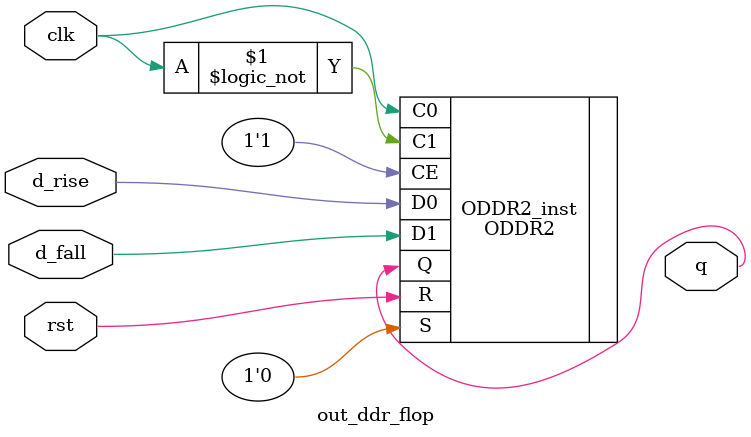
<source format=v>

`timescale 1ns/1ps


module out_ddr_flop (
  input            clk,          // Destination clock
  input            rst,          // Reset - synchronous to destination clock
  input            d_rise,       // Data for the rising edge of clock
  input            d_fall,       // Data for the falling edge of clock
  output           q             // Double data rate output
);


//***************************************************************************
// Register declarations
//***************************************************************************

//***************************************************************************
// Code
//***************************************************************************

   // ODDR2: Output Double Data Rate Output Register with Set, Reset
   //        and Clock Enable.
   //        Spartan-6
   // Xilinx HDL Language Template, version ???

   ODDR2 #(
      .DDR_ALIGNMENT("NONE"), // Sets output alignment to "NONE", "C0" or "C1" 
      .INIT(1'b0),    // Sets initial state of the Q output to 1'b0 or 1'b1
      .SRTYPE("SYNC") // Specifies "SYNC" or "ASYNC" set/reset
   ) ODDR2_inst (
      .Q   (q),      // 1-bit DDR output data
      .C0  (clk),    // 1-bit clock input
      .C1  (!clk),   // 1-bit clock input
      .CE  (1'b1),   // 1-bit clock enable input
      .D0  (d_rise), // 1-bit data input (associated with C0)
      .D1  (d_fall), // 1-bit data input (associated with C1)
      .R   (rst),    // 1-bit reset input
      .S   (1'b0)    // 1-bit set input
   );

   // End of ODDR2_inst instantiation

endmodule


</source>
